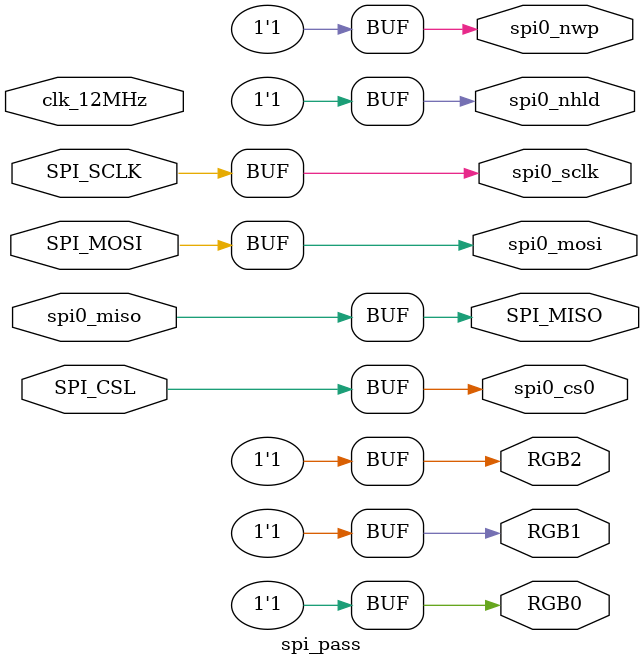
<source format=v>

`default_nettype none

module spi_pass(
	// 12MHz external osc
	input clk_12MHz,
		
	// RISCV SPI
	output	spi0_mosi,		// SPI core 0
	input	spi0_miso,
	output	spi0_sclk,
			spi0_cs0,
	output	spi0_nwp,
			spi0_nhld,
			
	// RGB output
    output RGB0, RGB1, RGB2, // RGB LED outs
	
	// SPI slave port
	input SPI_CSL,
	input SPI_MOSI,
	output SPI_MISO,
	input SPI_SCLK
);
	//------------------------------
	// SPI pass-thru
	//------------------------------
	assign spi0_mosi = SPI_MOSI;
	assign SPI_MISO = spi0_miso;
	assign spi0_sclk = SPI_SCLK;
	assign spi0_cs0 = SPI_CSL;
	assign spi0_nwp = 1'b1;
	assign spi0_nhld = 1'b1;
	
	//------------------------------
	// RGB LED off
	//------------------------------
	assign RGB0 = 1'b1;
	assign RGB1 = 1'b1;
	assign RGB2 = 1'b1;

	//------------------------------
	// everything else is default
	//------------------------------
endmodule

</source>
